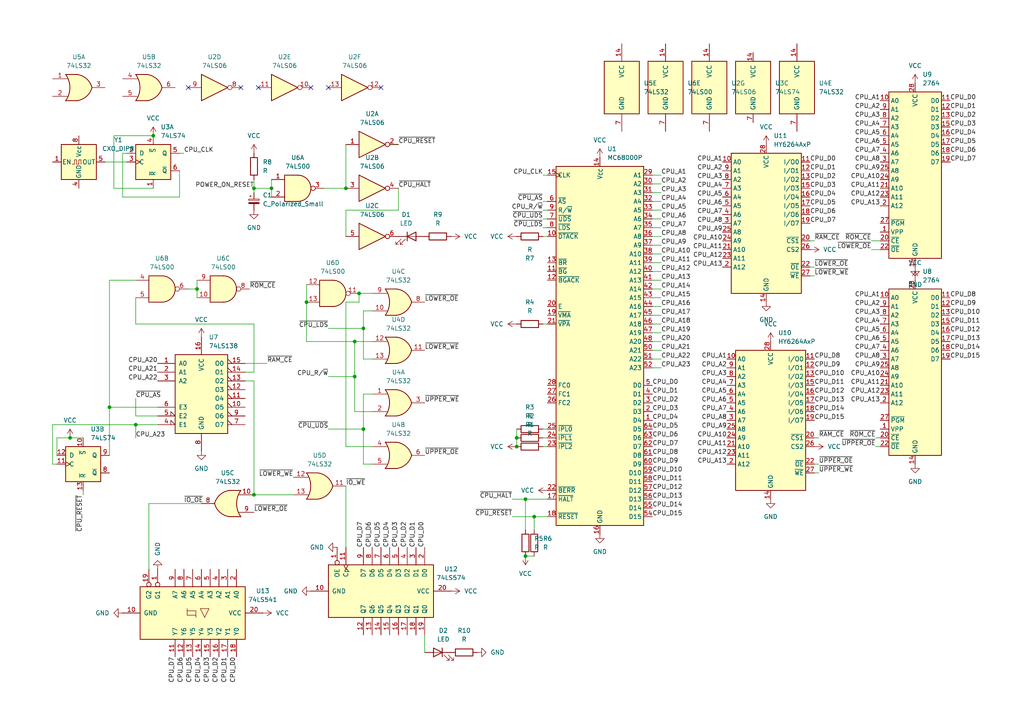
<source format=kicad_sch>
(kicad_sch (version 20250114) (generator "eeschema") (generator_version "9.0")
  (paper "A4")
  (junction (at 149.86 127))
  (junction (at 152.4 144.78))
  (junction (at 104.14 85.09))
  (junction (at 105.41 95.25))
  (junction (at 102.87 99.06))
  (junction (at 39.37 123.19))
  (junction (at 102.87 109.22))
  (junction (at 154.94 149.86))
  (junction (at 73.66 54.61))
  (junction (at 57.15 83.82))
  (junction (at 100.33 54.61))
  (junction (at 44.45 39.37))
  (junction (at 105.41 124.46))
  (junction (at 73.66 143.51))
  (junction (at 78.74 54.61))
  (junction (at 152.4 161.29))
  (junction (at 31.75 118.11))
  (junction (at 88.9 87.63))
  (junction (at 149.86 129.54))
  (junction (at 20.32 127))
  (no_connect (at 69.85 25.4))
  (no_connect (at 74.93 25.4))
  (no_connect (at 54.61 25.4))
  (no_connect (at 95.25 25.4))
  (no_connect (at 110.49 25.4))
  (no_connect (at 90.17 25.4))
  (wire (pts (xy 43.18 165.1) (xy 43.18 146.05)))
  (wire (pts (xy 191.77 106.68) (xy 189.23 106.68)))
  (wire (pts (xy 154.94 149.86) (xy 158.75 149.86)))
  (wire (pts (xy 191.77 73.66) (xy 189.23 73.66)))
  (wire (pts (xy 95.25 124.46) (xy 105.41 124.46)))
  (wire (pts (xy 73.66 52.07) (xy 73.66 54.61)))
  (wire (pts (xy 57.15 81.28) (xy 57.15 83.82)))
  (wire (pts (xy 157.48 68.58) (xy 158.75 68.58)))
  (wire (pts (xy 31.75 118.11) (xy 45.72 118.11)))
  (wire (pts (xy 39.37 123.19) (xy 45.72 123.19)))
  (wire (pts (xy 93.98 54.61) (xy 100.33 54.61)))
  (wire (pts (xy 88.9 82.55) (xy 88.9 87.63)))
  (wire (pts (xy 100.33 41.91) (xy 100.33 54.61)))
  (wire (pts (xy 157.48 127) (xy 158.75 127)))
  (wire (pts (xy 73.66 143.51) (xy 85.09 143.51)))
  (wire (pts (xy 191.77 93.98) (xy 189.23 93.98)))
  (wire (pts (xy 105.41 95.25) (xy 105.41 104.14)))
  (wire (pts (xy 191.77 63.5) (xy 189.23 63.5)))
  (wire (pts (xy 73.66 54.61) (xy 78.74 54.61)))
  (wire (pts (xy 191.77 99.06) (xy 189.23 99.06)))
  (wire (pts (xy 236.22 77.47) (xy 234.95 77.47)))
  (wire (pts (xy 191.77 53.34) (xy 189.23 53.34)))
  (wire (pts (xy 104.14 87.63) (xy 104.14 85.09)))
  (wire (pts (xy 191.77 58.42) (xy 189.23 58.42)))
  (wire (pts (xy 105.41 114.3) (xy 105.41 124.46)))
  (wire (pts (xy 154.94 149.86) (xy 154.94 153.67)))
  (wire (pts (xy 35.56 57.15) (xy 52.07 57.15)))
  (wire (pts (xy 31.75 81.28) (xy 31.75 118.11)))
  (wire (pts (xy 33.02 54.61) (xy 44.45 54.61)))
  (wire (pts (xy 73.66 110.49) (xy 73.66 143.51)))
  (wire (pts (xy 102.87 99.06) (xy 102.87 109.22)))
  (wire (pts (xy 191.77 88.9) (xy 189.23 88.9)))
  (wire (pts (xy 191.77 76.2) (xy 189.23 76.2)))
  (wire (pts (xy 53.34 44.45) (xy 52.07 44.45)))
  (wire (pts (xy 107.95 90.17) (xy 105.41 90.17)))
  (wire (pts (xy 157.48 58.42) (xy 158.75 58.42)))
  (wire (pts (xy 237.49 127) (xy 236.22 127)))
  (wire (pts (xy 191.77 83.82) (xy 189.23 83.82)))
  (wire (pts (xy 107.95 114.3) (xy 105.41 114.3)))
  (wire (pts (xy 236.22 69.85) (xy 234.95 69.85)))
  (wire (pts (xy 39.37 115.57) (xy 39.37 120.65)))
  (wire (pts (xy 73.66 93.98) (xy 39.37 93.98)))
  (wire (pts (xy 191.77 60.96) (xy 189.23 60.96)))
  (wire (pts (xy 39.37 86.36) (xy 39.37 93.98)))
  (wire (pts (xy 191.77 104.14) (xy 189.23 104.14)))
  (wire (pts (xy 191.77 55.88) (xy 189.23 55.88)))
  (wire (pts (xy 102.87 109.22) (xy 102.87 119.38)))
  (wire (pts (xy 252.73 69.85) (xy 255.27 69.85)))
  (wire (pts (xy 123.19 184.15) (xy 123.19 189.23)))
  (wire (pts (xy 148.59 144.78) (xy 152.4 144.78)))
  (wire (pts (xy 152.4 144.78) (xy 158.75 144.78)))
  (wire (pts (xy 100.33 68.58) (xy 100.33 60.96)))
  (wire (pts (xy 73.66 107.95) (xy 71.12 107.95)))
  (wire (pts (xy 157.48 50.8) (xy 158.75 50.8)))
  (wire (pts (xy 16.51 132.08) (xy 16.51 127)))
  (wire (pts (xy 157.48 129.54) (xy 158.75 129.54)))
  (wire (pts (xy 54.61 83.82) (xy 57.15 83.82)))
  (wire (pts (xy 104.14 85.09) (xy 107.95 85.09)))
  (wire (pts (xy 100.33 129.54) (xy 100.33 87.63)))
  (wire (pts (xy 95.25 95.25) (xy 105.41 95.25)))
  (wire (pts (xy 16.51 127) (xy 20.32 127)))
  (wire (pts (xy 157.48 66.04) (xy 158.75 66.04)))
  (wire (pts (xy 191.77 91.44) (xy 189.23 91.44)))
  (wire (pts (xy 33.02 39.37) (xy 33.02 54.61)))
  (wire (pts (xy 88.9 99.06) (xy 88.9 87.63)))
  (wire (pts (xy 39.37 81.28) (xy 31.75 81.28)))
  (wire (pts (xy 43.18 146.05) (xy 58.42 146.05)))
  (wire (pts (xy 73.66 93.98) (xy 73.66 107.95)))
  (wire (pts (xy 77.47 105.41) (xy 71.12 105.41)))
  (wire (pts (xy 191.77 68.58) (xy 189.23 68.58)))
  (wire (pts (xy 100.33 158.75) (xy 100.33 140.97)))
  (wire (pts (xy 39.37 120.65) (xy 45.72 120.65)))
  (wire (pts (xy 149.86 127) (xy 149.86 129.54)))
  (wire (pts (xy 95.25 109.22) (xy 102.87 109.22)))
  (wire (pts (xy 191.77 78.74) (xy 189.23 78.74)))
  (wire (pts (xy 78.74 54.61) (xy 78.74 57.15)))
  (wire (pts (xy 113.03 41.91) (xy 115.57 41.91)))
  (wire (pts (xy 157.48 63.5) (xy 158.75 63.5)))
  (wire (pts (xy 102.87 99.06) (xy 88.9 99.06)))
  (wire (pts (xy 24.13 143.51) (xy 24.13 142.24)))
  (wire (pts (xy 254 127) (xy 255.27 127)))
  (wire (pts (xy 191.77 66.04) (xy 189.23 66.04)))
  (wire (pts (xy 100.33 87.63) (xy 104.14 87.63)))
  (wire (pts (xy 39.37 127) (xy 39.37 123.19)))
  (wire (pts (xy 105.41 124.46) (xy 105.41 134.62)))
  (wire (pts (xy 73.66 110.49) (xy 71.12 110.49)))
  (wire (pts (xy 115.57 60.96) (xy 115.57 54.61)))
  (wire (pts (xy 15.24 134.62) (xy 16.51 134.62)))
  (wire (pts (xy 237.49 137.16) (xy 236.22 137.16)))
  (wire (pts (xy 191.77 50.8) (xy 189.23 50.8)))
  (wire (pts (xy 57.15 83.82) (xy 57.15 86.36)))
  (wire (pts (xy 191.77 81.28) (xy 189.23 81.28)))
  (wire (pts (xy 237.49 134.62) (xy 236.22 134.62)))
  (wire (pts (xy 252.73 72.39) (xy 255.27 72.39)))
  (wire (pts (xy 35.56 44.45) (xy 35.56 57.15)))
  (wire (pts (xy 36.83 44.45) (xy 35.56 44.45)))
  (wire (pts (xy 152.4 161.29) (xy 154.94 161.29)))
  (wire (pts (xy 107.95 129.54) (xy 100.33 129.54)))
  (wire (pts (xy 52.07 57.15) (xy 52.07 49.53)))
  (wire (pts (xy 107.95 99.06) (xy 102.87 99.06)))
  (wire (pts (xy 148.59 149.86) (xy 154.94 149.86)))
  (wire (pts (xy 254 129.54) (xy 255.27 129.54)))
  (wire (pts (xy 20.32 127) (xy 24.13 127)))
  (wire (pts (xy 149.86 124.46) (xy 149.86 127)))
  (wire (pts (xy 73.66 54.61) (xy 73.66 55.88)))
  (wire (pts (xy 15.24 123.19) (xy 39.37 123.19)))
  (wire (pts (xy 100.33 60.96) (xy 115.57 60.96)))
  (wire (pts (xy 105.41 104.14) (xy 107.95 104.14)))
  (wire (pts (xy 191.77 96.52) (xy 189.23 96.52)))
  (wire (pts (xy 44.45 39.37) (xy 33.02 39.37)))
  (wire (pts (xy 157.48 124.46) (xy 158.75 124.46)))
  (wire (pts (xy 105.41 134.62) (xy 107.95 134.62)))
  (wire (pts (xy 191.77 71.12) (xy 189.23 71.12)))
  (wire (pts (xy 157.48 60.96) (xy 158.75 60.96)))
  (wire (pts (xy 102.87 119.38) (xy 107.95 119.38)))
  (wire (pts (xy 15.24 123.19) (xy 15.24 134.62)))
  (wire (pts (xy 31.75 118.11) (xy 31.75 132.08)))
  (wire (pts (xy 191.77 86.36) (xy 189.23 86.36)))
  (wire (pts (xy 157.48 93.98) (xy 158.75 93.98)))
  (wire (pts (xy 78.74 54.61) (xy 78.74 52.07)))
  (wire (pts (xy 30.48 46.99) (xy 36.83 46.99)))
  (wire (pts (xy 105.41 90.17) (xy 105.41 95.25)))
  (wire (pts (xy 191.77 101.6) (xy 189.23 101.6)))
  (wire (pts (xy 152.4 144.78) (xy 152.4 153.67)))
  (wire (pts (xy 236.22 80.01) (xy 234.95 80.01)))
  (label "CPU_A1" (at 191.77 50.8 0))
  (label "CPU_A15" (at 191.77 86.36 0))
  (label "~{ROM_CE}" (at 252.73 69.85 180))
  (label "CPU_D6" (at 53.34 190.5 270))
  (label "CPU_A6" (at 209.55 59.69 180))
  (label "CPU_CLK" (at 53.34 44.45 0))
  (label "CPU_D15" (at 236.22 121.92 0))
  (label "~{CPU_RESET}" (at 24.13 143.51 270))
  (label "CPU_A4" (at 255.27 93.98 180))
  (label "CPU_D10" (at 275.59 91.44 0))
  (label "~{RAM_CE}" (at 77.47 105.41 0))
  (label "~{ROM_CE}" (at 72.39 83.82 0))
  (label "CPU_A13" (at 255.27 116.84 180))
  (label "CPU_D11" (at 275.59 93.98 0))
  (label "CPU_A12" (at 255.27 57.15 180))
  (label "CPU_D12" (at 275.59 96.52 0))
  (label "CPU_A11" (at 255.27 111.76 180))
  (label "CPU_A6" (at 255.27 41.91 180))
  (label "CPU_A9" (at 255.27 49.53 180))
  (label "CPU_D7" (at 189.23 129.54 0))
  (label "~{UPPER_OE}" (at 123.19 132.08 0))
  (label "CPU_D0" (at 68.58 190.5 270))
  (label "CPU_A12" (at 191.77 78.74 0))
  (label "CPU_A2" (at 255.27 31.75 180))
  (label "CPU_D2" (at 118.11 158.75 90))
  (label "CPU_D8" (at 275.59 86.36 0))
  (label "CPU_D10" (at 189.23 137.16 0))
  (label "CPU_D14" (at 189.23 147.32 0))
  (label "~{LOWER_WE}" (at 236.22 80.01 0))
  (label "~{CPU_LDS}" (at 157.48 66.04 180))
  (label "CPU_D15" (at 189.23 149.86 0))
  (label "CPU_A13" (at 255.27 59.69 180))
  (label "CPU_A1" (at 209.55 46.99 180))
  (label "CPU_D13" (at 275.59 99.06 0))
  (label "CPU_A20" (at 191.77 99.06 0))
  (label "~{IO_OE}" (at 53.34 146.05 0))
  (label "~{CPU_RESET}" (at 148.59 149.86 180))
  (label "CPU_A16" (at 191.77 88.9 0))
  (label "CPU_A11" (at 255.27 54.61 180))
  (label "CPU_D4" (at 275.59 39.37 0))
  (label "CPU_A4" (at 209.55 54.61 180))
  (label "CPU_A3" (at 209.55 52.07 180))
  (label "CPU_A4" (at 191.77 58.42 0))
  (label "CPU_A11" (at 210.82 129.54 180))
  (label "CPU_D1" (at 234.95 49.53 0))
  (label "CPU_A9" (at 210.82 124.46 180))
  (label "CPU_D9" (at 275.59 88.9 0))
  (label "CPU_A8" (at 255.27 104.14 180))
  (label "~{LOWER_WE}" (at 85.09 138.43 180))
  (label "~{UPPER_WE}" (at 123.19 116.84 0))
  (label "CPU_A7" (at 210.82 119.38 180))
  (label "CPU_A22" (at 45.72 110.49 180))
  (label "CPU_A9" (at 191.77 71.12 0))
  (label "CPU_D12" (at 189.23 142.24 0))
  (label "CPU_D4" (at 113.03 158.75 90))
  (label "CPU_D6" (at 234.95 62.23 0))
  (label "CPU_A3" (at 191.77 55.88 0))
  (label "CPU_D8" (at 189.23 132.08 0))
  (label "CPU_A5" (at 255.27 96.52 180))
  (label "CPU_A3" (at 255.27 91.44 180))
  (label "CPU_D7" (at 105.41 158.75 90))
  (label "CPU_A23" (at 39.37 127 0))
  (label "CPU_A6" (at 210.82 116.84 180))
  (label "~{IO_WE}" (at 100.33 140.97 0))
  (label "CPU_A10" (at 210.82 127 180))
  (label "~{CPU_LDS}" (at 95.25 95.25 180))
  (label "CPU_D7" (at 234.95 64.77 0))
  (label "CPU_D2" (at 63.5 190.5 270))
  (label "CPU_A6" (at 191.77 63.5 0))
  (label "CPU_D14" (at 275.59 101.6 0))
  (label "CPU_D5" (at 55.88 190.5 270))
  (label "CPU_A10" (at 209.55 69.85 180))
  (label "CPU_A11" (at 209.55 72.39 180))
  (label "CPU_A2" (at 210.82 106.68 180))
  (label "CPU_A13" (at 210.82 134.62 180))
  (label "CPU_A9" (at 255.27 106.68 180))
  (label "CPU_D3" (at 115.57 158.75 90))
  (label "~{CPU_HALT}" (at 115.57 54.61 0))
  (label "CPU_A23" (at 191.77 106.68 0))
  (label "CPU_D3" (at 60.96 190.5 270))
  (label "CPU_A5" (at 209.55 57.15 180))
  (label "CPU_A3" (at 255.27 34.29 180))
  (label "CPU_D11" (at 236.22 111.76 0))
  (label "~{UPPER_OE}" (at 254 129.54 180))
  (label "CPU_A5" (at 191.77 60.96 0))
  (label "CPU_D0" (at 123.19 158.75 90))
  (label "POWER_ON_RESET" (at 73.66 54.61 180))
  (label "CPU_D1" (at 189.23 114.3 0))
  (label "CPU_D3" (at 275.59 36.83 0))
  (label "CPU_A4" (at 210.82 111.76 180))
  (label "CPU_A4" (at 255.27 36.83 180))
  (label "CPU_D2" (at 234.95 52.07 0))
  (label "CPU_D3" (at 234.95 54.61 0))
  (label "CPU_D3" (at 189.23 119.38 0))
  (label "CPU_D0" (at 234.95 46.99 0))
  (label "CPU_D8" (at 236.22 104.14 0))
  (label "CPU_A12" (at 255.27 114.3 180))
  (label "~{RAM_CE}" (at 237.49 127 0))
  (label "CPU_D13" (at 236.22 116.84 0))
  (label "CPU_A10" (at 255.27 52.07 180))
  (label "CPU_D14" (at 236.22 119.38 0))
  (label "CPU_R{slash}~{W}" (at 95.25 109.22 180))
  (label "~{LOWER_WE}" (at 123.19 101.6 0))
  (label "CPU_R{slash}~{W}" (at 157.48 60.96 180))
  (label "~{CPU_UDS}" (at 95.25 124.46 180))
  (label "CPU_A8" (at 255.27 46.99 180))
  (label "CPU_A20" (at 45.72 105.41 180))
  (label "~{CPU_AS}" (at 39.37 115.57 0))
  (label "CPU_D1" (at 275.59 31.75 0))
  (label "CPU_A1" (at 255.27 29.21 180))
  (label "CPU_A8" (at 209.55 64.77 180))
  (label "CPU_A12" (at 209.55 74.93 180))
  (label "CPU_D5" (at 110.49 158.75 90))
  (label "CPU_A21" (at 45.72 107.95 180))
  (label "CPU_A13" (at 209.55 77.47 180))
  (label "CPU_D4" (at 58.42 190.5 270))
  (label "CPU_A14" (at 191.77 83.82 0))
  (label "CPU_D9" (at 189.23 134.62 0))
  (label "CPU_A17" (at 191.77 91.44 0))
  (label "CPU_A8" (at 191.77 68.58 0))
  (label "~{CPU_RESET}" (at 115.57 41.91 0))
  (label "~{CPU_AS}" (at 157.48 58.42 180))
  (label "CPU_A1" (at 210.82 104.14 180))
  (label "CPU_A1" (at 255.27 86.36 180))
  (label "CPU_A21" (at 191.77 101.6 0))
  (label "CPU_D15" (at 275.59 104.14 0))
  (label "CPU_D6" (at 189.23 127 0))
  (label "~{UPPER_OE}" (at 237.49 134.62 0))
  (label "~{LOWER_OE}" (at 73.66 148.59 0))
  (label "CPU_A2" (at 209.55 49.53 180))
  (label "~{LOWER_OE}" (at 236.22 77.47 0))
  (label "CPU_A8" (at 210.82 121.92 180))
  (label "CPU_D5" (at 189.23 124.46 0))
  (label "CPU_A13" (at 191.77 81.28 0))
  (label "CPU_D13" (at 189.23 144.78 0))
  (label "CPU_A5" (at 210.82 114.3 180))
  (label "CPU_A6" (at 255.27 99.06 180))
  (label "CPU_D12" (at 236.22 114.3 0))
  (label "CPU_D0" (at 275.59 29.21 0))
  (label "~{CPU_UDS}" (at 157.48 63.5 180))
  (label "CPU_A5" (at 255.27 39.37 180))
  (label "CPU_D11" (at 189.23 139.7 0))
  (label "CPU_A7" (at 191.77 66.04 0))
  (label "CPU_D1" (at 120.65 158.75 90))
  (label "CPU_D7" (at 275.59 46.99 0))
  (label "~{LOWER_OE}" (at 252.73 72.39 180))
  (label "CPU_A2" (at 255.27 88.9 180))
  (label "CPU_D4" (at 234.95 57.15 0))
  (label "CPU_D4" (at 189.23 121.92 0))
  (label "CPU_A18" (at 191.77 93.98 0))
  (label "~{ROM_CE}" (at 254 127 180))
  (label "CPU_D5" (at 275.59 41.91 0))
  (label "~{UPPER_WE}" (at 237.49 137.16 0))
  (label "~{RAM_CE}" (at 236.22 69.85 0))
  (label "CPU_D6" (at 275.59 44.45 0))
  (label "CPU_D5" (at 234.95 59.69 0))
  (label "CPU_A22" (at 191.77 104.14 0))
  (label "~{LOWER_OE}" (at 123.19 87.63 0))
  (label "CPU_A2" (at 191.77 53.34 0))
  (label "CPU_D6" (at 107.95 158.75 90))
  (label "CPU_A9" (at 209.55 67.31 180))
  (label "CPU_A7" (at 209.55 62.23 180))
  (label "CPU_D1" (at 66.04 190.5 270))
  (label "CPU_A12" (at 210.82 132.08 180))
  (label "CPU_A11" (at 191.77 76.2 0))
  (label "CPU_A7" (at 255.27 44.45 180))
  (label "CPU_A7" (at 255.27 101.6 180))
  (label "CPU_D2" (at 275.59 34.29 0))
  (label "CPU_A10" (at 255.27 109.22 180))
  (label "CPU_A19" (at 191.77 96.52 0))
  (label "~{CPU_HALT}" (at 148.59 144.78 180))
  (label "CPU_D7" (at 50.8 190.5 270))
  (label "CPU_D2" (at 189.23 116.84 0))
  (label "CPU_CLK" (at 157.48 50.8 180))
  (label "CPU_D9" (at 236.22 106.68 0))
  (label "CPU_A10" (at 191.77 73.66 0))
  (label "CPU_D10" (at 236.22 109.22 0))
  (label "CPU_D0" (at 189.23 111.76 0))
  (label "CPU_A3" (at 210.82 109.22 180))
  (symbol (lib_id "74xx:74LS138") (at 58.42 113.03 0) (unit 1)
    (property "Reference" "U7" (at 60.5633 97.79 0) (effects (justify left)))
    (property "Value" "74LS138" (at 60.5633 100.33 0) (effects (justify left)))
    (property "Footprint" "Package_DIP:DIP-16_W7.62mm_Socket" (effects (hide yes)))
    (property "Datasheet" "http://www.ti.com/lit/gpn/sn74LS138" (effects (hide yes)))
    (property "Description" "Decoder 3 to 8 active low outputs" (effects (hide yes)))
  )
  (symbol (lib_id "power:GND") (at 223.52 144.78 0) (unit 1)
    (property "Reference" "#PWR023" (effects (hide yes)))
    (property "Value" "GND" (at 223.52 149.86 0))
    (property "Description" "Power symbol creates a global label with name \"GND\" , ground" (effects (hide yes)))
  )
  (symbol (lib_id "Device:LED") (at 127 189.23 0) (mirror y) (unit 1)
    (property "Reference" "D2" (at 128.5875 182.88 0))
    (property "Value" "LED" (at 128.5875 185.42 0))
    (property "Footprint" "LED_THT:LED_D3.0mm" (effects (hide yes)))
    (property "Description" "Light emitting diode" (effects (hide yes)))
    (property "Sim.Pins" "1=K 2=A" (effects (hide yes)))
  )
  (symbol (lib_id "74xx:74LS541") (at 55.88 177.8 270) (unit 1)
    (property "Reference" "U13" (at 76.2 171.3798 90))
    (property "Value" "74LS541" (at 76.2 173.9198 90))
    (property "Footprint" "Package_DIP:DIP-20_W7.62mm_Socket" (effects (hide yes)))
    (property "Datasheet" "http://www.ti.com/lit/gpn/sn74LS541" (effects (hide yes)))
    (property "Description" "8-bit Buffer/Line Driver 3-state outputs" (effects (hide yes)))
  )
  (symbol (lib_id "power:GND") (at 58.42 130.81 0) (unit 1)
    (property "Reference" "#PWR014" (effects (hide yes)))
    (property "Value" "GND" (at 58.42 135.89 0))
    (property "Description" "Power symbol creates a global label with name \"GND\" , ground" (effects (hide yes)))
  )
  (symbol (lib_id "Device:R") (at 153.67 93.98 270) (unit 1)
    (property "Reference" "R4" (at 153.67 87.63 90))
    (property "Value" "R" (at 153.67 90.17 90))
    (property "Footprint" "Resistor_THT:R_Axial_DIN0204_L3.6mm_D1.6mm_P7.62mm_Horizontal" (effects (hide yes)))
    (property "Description" "Resistor" (effects (hide yes)))
  )
  (symbol (lib_id "74xx:74LS74") (at 218.44 25.4 0) (unit 3)
    (property "Reference" "U3" (at 224.79 24.1299 0) (effects (justify left)))
    (property "Value" "74LS74" (at 224.79 26.6699 0) (effects (justify left)))
    (property "Footprint" "Package_DIP:DIP-14_W7.62mm_Socket" (effects (hide yes)))
    (property "Datasheet" "74xx/74hc_hct74.pdf" (effects (hide yes)))
    (property "Description" "Dual D Flip-flop, Set & Reset" (effects (hide yes)))
  )
  (symbol (lib_id "Device:R") (at 153.67 68.58 270) (mirror x) (unit 1)
    (property "Reference" "R7" (at 153.67 74.93 90))
    (property "Value" "R" (at 153.67 72.39 90))
    (property "Footprint" "Resistor_THT:R_Axial_DIN0204_L3.6mm_D1.6mm_P7.62mm_Horizontal" (effects (hide yes)))
    (property "Description" "Resistor" (effects (hide yes)))
  )
  (symbol (lib_id "power:GND") (at 45.72 165.1 0) (mirror x) (unit 1)
    (property "Reference" "#PWR029" (effects (hide yes)))
    (property "Value" "GND" (at 45.7201 161.29 90) (effects (justify right)))
    (property "Description" "Power symbol creates a global label with name \"GND\" , ground" (effects (hide yes)))
  )
  (symbol (lib_id "power:GND") (at 173.99 154.94 0) (unit 1)
    (property "Reference" "#PWR015" (effects (hide yes)))
    (property "Value" "GND" (at 173.99 160.02 0))
    (property "Description" "Power symbol creates a global label with name \"GND\" , ground" (effects (hide yes)))
  )
  (symbol (lib_id "74xx:74LS32") (at 115.57 132.08 0) (unit 2)
    (property "Reference" "U4" (at 115.57 123.19 0))
    (property "Value" "74LS32" (at 115.57 125.73 0))
    (property "Footprint" "Package_DIP:DIP-14_W7.62mm_Socket" (effects (hide yes)))
    (property "Datasheet" "http://www.ti.com/lit/gpn/sn74LS32" (effects (hide yes)))
    (property "Description" "Quad 2-input OR" (effects (hide yes)))
  )
  (symbol (lib_id "power:VCC") (at 149.86 129.54 90) (unit 1)
    (property "Reference" "#PWR04" (effects (hide yes)))
    (property "Value" "VCC" (at 146.05 129.5399 90) (effects (justify left)))
    (property "Description" "Power symbol creates a global label with name \"VCC\"" (effects (hide yes)))
  )
  (symbol (lib_id "power:GND") (at 265.43 77.47 0) (unit 1)
    (property "Reference" "#PWR024" (effects (hide yes)))
    (property "Value" "GND" (at 265.43 82.55 0))
    (property "Description" "Power symbol creates a global label with name \"GND\" , ground" (effects (hide yes)))
  )
  (symbol (lib_id "74xx:74LS32") (at 115.57 116.84 0) (unit 1)
    (property "Reference" "U4" (at 115.57 107.95 0))
    (property "Value" "74LS32" (at 115.57 110.49 0))
    (property "Footprint" "Package_DIP:DIP-14_W7.62mm_Socket" (effects (hide yes)))
    (property "Datasheet" "http://www.ti.com/lit/gpn/sn74LS32" (effects (hide yes)))
    (property "Description" "Quad 2-input OR" (effects (hide yes)))
  )
  (symbol (lib_id "74xx:74LS00") (at 96.52 85.09 0) (unit 4)
    (property "Reference" "U6" (at 96.5117 76.2 0))
    (property "Value" "74LS00" (at 96.5117 78.74 0))
    (property "Footprint" "Package_DIP:DIP-14_W7.62mm_Socket" (effects (hide yes)))
    (property "Datasheet" "http://www.ti.com/lit/gpn/sn74ls00" (effects (hide yes)))
    (property "Description" "quad 2-input NAND gate" (effects (hide yes)))
  )
  (symbol (lib_id "power:VCC") (at 20.32 127 0) (unit 1)
    (property "Reference" "#PWR01" (effects (hide yes)))
    (property "Value" "VCC" (at 20.32 121.92 0))
    (property "Description" "Power symbol creates a global label with name \"VCC\"" (effects (hide yes)))
  )
  (symbol (lib_id "74xx:74LS06") (at 205.74 25.4 0) (unit 7)
    (property "Reference" "U2" (at 212.09 24.1299 0) (effects (justify left)))
    (property "Value" "74LS06" (at 212.09 26.6699 0) (effects (justify left)))
    (property "Footprint" "Package_DIP:DIP-14_W7.62mm_Socket" (effects (hide yes)))
    (property "Datasheet" "http://www.ti.com/lit/gpn/sn74LS06" (effects (hide yes)))
    (property "Description" "Inverter Open Collect" (effects (hide yes)))
  )
  (symbol (lib_id "power:GND") (at 90.17 171.45 270) (mirror x) (unit 1)
    (property "Reference" "#PWR013" (effects (hide yes)))
    (property "Value" "GND" (at 86.36 171.4499 90) (effects (justify right)))
    (property "Description" "Power symbol creates a global label with name \"GND\" , ground" (effects (hide yes)))
  )
  (symbol (lib_id "74xx:74LS32") (at 66.04 146.05 180) (unit 3)
    (property "Reference" "U5" (at 66.04 137.16 0))
    (property "Value" "74LS32" (at 66.04 139.7 0))
    (property "Datasheet" "http://www.ti.com/lit/gpn/sn74LS32" (effects (hide yes)))
    (property "Description" "Quad 2-input OR" (effects (hide yes)))
  )
  (symbol (lib_id "power:VCC") (at 149.86 93.98 90) (unit 1)
    (property "Reference" "#PWR05" (effects (hide yes)))
    (property "Value" "VCC" (at 146.05 93.9799 90) (effects (justify left)))
    (property "Description" "Power symbol creates a global label with name \"VCC\"" (effects (hide yes)))
  )
  (symbol (lib_id "Device:R") (at 127 68.58 90) (unit 1)
    (property "Reference" "R9" (at 127 62.23 90))
    (property "Value" "R" (at 127 64.77 90))
    (property "Footprint" "Resistor_THT:R_Axial_DIN0204_L3.6mm_D1.6mm_P7.62mm_Horizontal" (effects (hide yes)))
    (property "Description" "Resistor" (effects (hide yes)))
  )
  (symbol (lib_id "power:VCC") (at 130.81 171.45 270) (unit 1)
    (property "Reference" "#PWR011" (effects (hide yes)))
    (property "Value" "VCC" (at 134.62 171.4499 90) (effects (justify left)))
    (property "Description" "Power symbol creates a global label with name \"VCC\"" (effects (hide yes)))
  )
  (symbol (lib_id "Memory_EPROM:2764") (at 265.43 49.53 0) (unit 1)
    (property "Reference" "U9" (at 267.5733 21.59 0) (effects (justify left)))
    (property "Value" "2764" (at 267.5733 24.13 0) (effects (justify left)))
    (property "Footprint" "Package_DIP:DIP-28_W15.24mm_Socket" (effects (hide yes)))
    (property "Datasheet" "https://downloads.reactivemicro.com/Electronics/ROM/2764%20EPROM.pdf" (effects (hide yes)))
    (property "Description" "EPROM 64 KiBit, [Obsolete 2000-11]" (effects (hide yes)))
  )
  (symbol (lib_id "74xx:74LS32") (at 43.18 25.4 0) (unit 2)
    (property "Reference" "U5" (at 43.18 16.51 0))
    (property "Value" "74LS32" (at 43.18 19.05 0))
    (property "Datasheet" "http://www.ti.com/lit/gpn/sn74LS32" (effects (hide yes)))
    (property "Description" "Quad 2-input OR" (effects (hide yes)))
  )
  (symbol (lib_id "power:GND") (at 73.66 60.96 0) (unit 1)
    (property "Reference" "#PWR09" (effects (hide yes)))
    (property "Value" "GND" (at 73.66 66.04 0))
    (property "Description" "Power symbol creates a global label with name \"GND\" , ground" (effects (hide yes)))
  )
  (symbol (lib_id "74xx:74LS74") (at 24.13 134.62 0) (unit 2)
    (property "Reference" "U3" (at 26.2733 124.46 0) (effects (justify left)))
    (property "Value" "74LS74" (at 26.2733 127 0) (effects (justify left)))
    (property "Footprint" "Package_DIP:DIP-14_W7.62mm_Socket" (effects (hide yes)))
    (property "Datasheet" "74xx/74hc_hct74.pdf" (effects (hide yes)))
    (property "Description" "Dual D Flip-flop, Set & Reset" (effects (hide yes)))
  )
  (symbol (lib_id "Device:R") (at 73.66 48.26 0) (unit 1)
    (property "Reference" "R8" (at 76.2 46.9899 0) (effects (justify left)))
    (property "Value" "R" (at 76.2 49.5299 0) (effects (justify left)))
    (property "Footprint" "Resistor_THT:R_Axial_DIN0204_L3.6mm_D1.6mm_P7.62mm_Horizontal" (effects (hide yes)))
    (property "Description" "Resistor" (effects (hide yes)))
  )
  (symbol (lib_id "74xx:74LS06") (at 62.23 25.4 0) (unit 4)
    (property "Reference" "U2" (at 62.23 16.51 0))
    (property "Value" "74LS06" (at 62.23 19.05 0))
    (property "Footprint" "Package_DIP:DIP-14_W7.62mm_Socket" (effects (hide yes)))
    (property "Datasheet" "http://www.ti.com/lit/gpn/sn74LS06" (effects (hide yes)))
    (property "Description" "Inverter Open Collect" (effects (hide yes)))
  )
  (symbol (lib_id "power:VCC") (at 149.86 68.58 90) (unit 1)
    (property "Reference" "#PWR07" (effects (hide yes)))
    (property "Value" "VCC" (at 146.05 68.5799 90) (effects (justify left)))
    (property "Description" "Power symbol creates a global label with name \"VCC\"" (effects (hide yes)))
  )
  (symbol (lib_id "74xx:74LS32") (at 115.57 101.6 0) (unit 4)
    (property "Reference" "U4" (at 115.57 92.71 0))
    (property "Value" "74LS32" (at 115.57 95.25 0))
    (property "Footprint" "Package_DIP:DIP-14_W7.62mm_Socket" (effects (hide yes)))
    (property "Datasheet" "http://www.ti.com/lit/gpn/sn74LS32" (effects (hide yes)))
    (property "Description" "Quad 2-input OR" (effects (hide yes)))
  )
  (symbol (lib_id "Device:R") (at 153.67 124.46 270) (unit 1)
    (property "Reference" "R3" (at 153.67 118.11 90))
    (property "Value" "R" (at 153.67 120.65 90))
    (property "Footprint" "Resistor_THT:R_Axial_DIN0204_L3.6mm_D1.6mm_P7.62mm_Horizontal" (effects (hide yes)))
    (property "Description" "Resistor" (effects (hide yes)))
  )
  (symbol (lib_id "Device:C_Polarized_Small") (at 73.66 58.42 0) (unit 1)
    (property "Reference" "C1" (at 76.2 56.6038 0) (effects (justify left)))
    (property "Value" "C_Polarized_Small" (at 76.2 59.1438 0) (effects (justify left)))
    (property "Footprint" "Capacitor_THT:CP_Radial_D6.3mm_P2.50mm" (effects (hide yes)))
    (property "Description" "Polarized capacitor, small symbol" (effects (hide yes)))
  )
  (symbol (lib_id "74xx:74LS32") (at 231.14 25.4 0) (unit 5)
    (property "Reference" "U4" (at 237.49 24.1299 0) (effects (justify left)))
    (property "Value" "74LS32" (at 237.49 26.6699 0) (effects (justify left)))
    (property "Footprint" "Package_DIP:DIP-14_W7.62mm_Socket" (effects (hide yes)))
    (property "Datasheet" "http://www.ti.com/lit/gpn/sn74LS32" (effects (hide yes)))
    (property "Description" "Quad 2-input OR" (effects (hide yes)))
  )
  (symbol (lib_id "74xx:74LS32") (at 115.57 87.63 0) (unit 3)
    (property "Reference" "U4" (at 115.57 78.74 0))
    (property "Value" "74LS32" (at 115.57 81.28 0))
    (property "Footprint" "Package_DIP:DIP-14_W7.62mm_Socket" (effects (hide yes)))
    (property "Datasheet" "http://www.ti.com/lit/gpn/sn74LS32" (effects (hide yes)))
    (property "Description" "Quad 2-input OR" (effects (hide yes)))
  )
  (symbol (lib_id "power:VCC") (at 76.2 177.8 270) (unit 1)
    (property "Reference" "#PWR031" (effects (hide yes)))
    (property "Value" "VCC" (at 80.01 177.7999 90) (effects (justify left)))
    (property "Description" "Power symbol creates a global label with name \"VCC\"" (effects (hide yes)))
  )
  (symbol (lib_id "power:GND") (at 97.79 158.75 270) (mirror x) (unit 1)
    (property "Reference" "#PWR028" (effects (hide yes)))
    (property "Value" "GND" (at 93.98 158.7499 90) (effects (justify right)))
    (property "Description" "Power symbol creates a global label with name \"GND\" , ground" (effects (hide yes)))
  )
  (symbol (lib_id "74xx:74LS74") (at 44.45 46.99 0) (unit 1)
    (property "Reference" "U3" (at 46.5933 36.83 0) (effects (justify left)))
    (property "Value" "74LS74" (at 46.5933 39.37 0) (effects (justify left)))
    (property "Footprint" "Package_DIP:DIP-14_W7.62mm_Socket" (effects (hide yes)))
    (property "Datasheet" "74xx/74hc_hct74.pdf" (effects (hide yes)))
    (property "Description" "Dual D Flip-flop, Set & Reset" (effects (hide yes)))
  )
  (symbol (lib_id "power:VCC") (at 223.52 99.06 0) (unit 1)
    (property "Reference" "#PWR019" (effects (hide yes)))
    (property "Value" "VCC" (at 223.52 93.98 0))
    (property "Description" "Power symbol creates a global label with name \"VCC\"" (effects (hide yes)))
  )
  (symbol (lib_id "power:VCC") (at 173.99 45.72 0) (unit 1)
    (property "Reference" "#PWR017" (effects (hide yes)))
    (property "Value" "VCC" (at 173.99 40.64 0))
    (property "Description" "Power symbol creates a global label with name \"VCC\"" (effects (hide yes)))
  )
  (symbol (lib_id "74xx:74LS00") (at 64.77 83.82 0) (unit 3)
    (property "Reference" "U6" (at 64.7617 74.93 0))
    (property "Value" "74LS00" (at 64.7617 77.47 0))
    (property "Footprint" "Package_DIP:DIP-14_W7.62mm_Socket" (effects (hide yes)))
    (property "Datasheet" "http://www.ti.com/lit/gpn/sn74ls00" (effects (hide yes)))
    (property "Description" "quad 2-input NAND gate" (effects (hide yes)))
  )
  (symbol (lib_id "Device:R") (at 153.67 129.54 270) (unit 1)
    (property "Reference" "R1" (at 153.67 123.19 90))
    (property "Value" "R" (at 153.67 125.73 90))
    (property "Footprint" "Resistor_THT:R_Axial_DIN0204_L3.6mm_D1.6mm_P7.62mm_Horizontal" (effects (hide yes)))
    (property "Description" "Resistor" (effects (hide yes)))
  )
  (symbol (lib_id "Device:LED") (at 119.38 68.58 0) (unit 1)
    (property "Reference" "D1" (at 117.7925 62.23 0))
    (property "Value" "LED" (at 117.7925 64.77 0))
    (property "Footprint" "LED_THT:LED_D3.0mm" (effects (hide yes)))
    (property "Description" "Light emitting diode" (effects (hide yes)))
    (property "Sim.Pins" "1=K 2=A" (effects (hide yes)))
  )
  (symbol (lib_id "Device:R") (at 152.4 157.48 0) (unit 1)
    (property "Reference" "R5" (at 154.94 156.2099 0) (effects (justify left)))
    (property "Value" "R" (at 154.94 158.7499 0) (effects (justify left)))
    (property "Footprint" "Resistor_THT:R_Axial_DIN0204_L3.6mm_D1.6mm_P7.62mm_Horizontal" (effects (hide yes)))
    (property "Description" "Resistor" (effects (hide yes)))
  )
  (symbol (lib_id "74xx:74LS06") (at 107.95 54.61 0) (unit 2)
    (property "Reference" "U2" (at 107.95 45.72 0))
    (property "Value" "74LS06" (at 107.95 48.26 0))
    (property "Footprint" "Package_DIP:DIP-14_W7.62mm_Socket" (effects (hide yes)))
    (property "Datasheet" "http://www.ti.com/lit/gpn/sn74LS06" (effects (hide yes)))
    (property "Description" "Inverter Open Collect" (effects (hide yes)))
  )
  (symbol (lib_id "74xx:74LS32") (at 92.71 140.97 0) (unit 4)
    (property "Reference" "U5" (at 92.71 132.08 0))
    (property "Value" "74LS32" (at 92.71 134.62 0))
    (property "Datasheet" "http://www.ti.com/lit/gpn/sn74LS32" (effects (hide yes)))
    (property "Description" "Quad 2-input OR" (effects (hide yes)))
  )
  (symbol (lib_id "74xx:74LS00") (at 193.04 25.4 0) (unit 5)
    (property "Reference" "U6" (at 199.39 24.1299 0) (effects (justify left)))
    (property "Value" "74LS00" (at 199.39 26.6699 0) (effects (justify left)))
    (property "Footprint" "Package_DIP:DIP-14_W7.62mm_Socket" (effects (hide yes)))
    (property "Datasheet" "http://www.ti.com/lit/gpn/sn74ls00" (effects (hide yes)))
    (property "Description" "quad 2-input NAND gate" (effects (hide yes)))
  )
  (symbol (lib_id "74xx:74LS00") (at 46.99 83.82 0) (unit 2)
    (property "Reference" "U6" (at 46.9817 74.93 0))
    (property "Value" "74LS00" (at 46.9817 77.47 0))
    (property "Footprint" "Package_DIP:DIP-14_W7.62mm_Socket" (effects (hide yes)))
    (property "Datasheet" "http://www.ti.com/lit/gpn/sn74ls00" (effects (hide yes)))
    (property "Description" "quad 2-input NAND gate" (effects (hide yes)))
  )
  (symbol (lib_id "CPU_NXP_68000:MC68000P") (at 173.99 101.6 0) (unit 1)
    (property "Reference" "U1" (at 176.1333 43.18 0) (effects (justify left)))
    (property "Value" "MC68000P" (at 176.1333 45.72 0) (effects (justify left)))
    (property "Footprint" "Package_DIP:DIP-64_W22.86mm_Socket" (effects (hide yes)))
    (property "Datasheet" "https://www.nxp.com/docs/en/reference-manual/MC68000UM.pdf" (effects (hide yes)))
    (property "Description" "16/32-bit microprocessor, 16-bit external data bus, 23-bit external address bus (effectively 24-bit), DIP-64 (900 mil, case 754-01)" (effects (hide yes)))
  )
  (symbol (lib_id "Memory_RAM:HY6264AxP") (at 222.25 64.77 0) (unit 1)
    (property "Reference" "U11" (at 224.3933 39.37 0) (effects (justify left)))
    (property "Value" "HY6264AxP" (at 224.3933 41.91 0) (effects (justify left)))
    (property "Footprint" "Package_DIP:DIP-28_W15.24mm_Socket" (effects (hide yes)))
    (property "Datasheet" "https://www.farnell.com/datasheets/2159.pdf" (effects (hide yes)))
    (property "Description" "Not in Production, 8Kx8 bit Static RAM, 70/85/100/120/150ns, DIP-28" (effects (hide yes)))
  )
  (symbol (lib_id "74xx:74LS06") (at 107.95 41.91 0) (unit 1)
    (property "Reference" "U2" (at 107.95 33.02 0))
    (property "Value" "74LS06" (at 107.95 35.56 0))
    (property "Footprint" "Package_DIP:DIP-14_W7.62mm_Socket" (effects (hide yes)))
    (property "Datasheet" "http://www.ti.com/lit/gpn/sn74LS06" (effects (hide yes)))
    (property "Description" "Inverter Open Collect" (effects (hide yes)))
  )
  (symbol (lib_id "power:GND") (at 35.56 177.8 270) (mirror x) (unit 1)
    (property "Reference" "#PWR030" (effects (hide yes)))
    (property "Value" "GND" (at 31.75 177.7999 90) (effects (justify right)))
    (property "Description" "Power symbol creates a global label with name \"GND\" , ground" (effects (hide yes)))
  )
  (symbol (lib_id "power:VCC") (at 222.25 41.91 0) (unit 1)
    (property "Reference" "#PWR018" (effects (hide yes)))
    (property "Value" "VCC" (at 222.25 36.83 0))
    (property "Description" "Power symbol creates a global label with name \"VCC\"" (effects (hide yes)))
  )
  (symbol (lib_id "power:VCC") (at 265.43 81.28 0) (unit 1)
    (property "Reference" "#PWR021" (effects (hide yes)))
    (property "Value" "VCC" (at 265.43 76.2 0))
    (property "Description" "Power symbol creates a global label with name \"VCC\"" (effects (hide yes)))
  )
  (symbol (lib_id "power:VCC") (at 158.75 142.24 90) (unit 1)
    (property "Reference" "#PWR03" (effects (hide yes)))
    (property "Value" "VCC" (at 154.94 142.2399 90) (effects (justify left)))
    (property "Description" "Power symbol creates a global label with name \"VCC\"" (effects (hide yes)))
  )
  (symbol (lib_id "power:VCC") (at 44.45 39.37 0) (unit 1)
    (property "Reference" "#PWR02" (effects (hide yes)))
    (property "Value" "VCC" (at 44.45 34.29 0))
    (property "Description" "Power symbol creates a global label with name \"VCC\"" (effects (hide yes)))
  )
  (symbol (lib_id "Device:R") (at 154.94 157.48 0) (unit 1)
    (property "Reference" "R6" (at 157.48 156.2099 0) (effects (justify left)))
    (property "Value" "R" (at 157.48 158.7499 0) (effects (justify left)))
    (property "Footprint" "Resistor_THT:R_Axial_DIN0204_L3.6mm_D1.6mm_P7.62mm_Horizontal" (effects (hide yes)))
    (property "Description" "Resistor" (effects (hide yes)))
  )
  (symbol (lib_id "74xx:74LS00") (at 86.36 54.61 0) (unit 1)
    (property "Reference" "U6" (at 86.3517 45.72 0))
    (property "Value" "74LS00" (at 86.3517 48.26 0))
    (property "Footprint" "Package_DIP:DIP-14_W7.62mm_Socket" (effects (hide yes)))
    (property "Datasheet" "http://www.ti.com/lit/gpn/sn74ls00" (effects (hide yes)))
    (property "Description" "quad 2-input NAND gate" (effects (hide yes)))
  )
  (symbol (lib_id "Memory_RAM:HY6264AxP") (at 223.52 121.92 0) (unit 1)
    (property "Reference" "U10" (at 225.6633 96.52 0) (effects (justify left)))
    (property "Value" "HY6264AxP" (at 225.6633 99.06 0) (effects (justify left)))
    (property "Footprint" "Package_DIP:DIP-28_W15.24mm_Socket" (effects (hide yes)))
    (property "Datasheet" "https://www.farnell.com/datasheets/2159.pdf" (effects (hide yes)))
    (property "Description" "Not in Production, 8Kx8 bit Static RAM, 70/85/100/120/150ns, DIP-28" (effects (hide yes)))
  )
  (symbol (lib_id "power:VCC") (at 236.22 129.54 270) (unit 1)
    (property "Reference" "#PWR026" (effects (hide yes)))
    (property "Value" "VCC" (at 240.03 129.5399 90) (effects (justify left)))
    (property "Description" "Power symbol creates a global label with name \"VCC\"" (effects (hide yes)))
  )
  (symbol (lib_id "power:GND") (at 138.43 189.23 90) (unit 1)
    (property "Reference" "#PWR012" (effects (hide yes)))
    (property "Value" "GND" (at 142.24 189.2299 90) (effects (justify right)))
    (property "Description" "Power symbol creates a global label with name \"GND\" , ground" (effects (hide yes)))
  )
  (symbol (lib_id "power:GND") (at 222.25 87.63 0) (unit 1)
    (property "Reference" "#PWR022" (effects (hide yes)))
    (property "Value" "GND" (at 222.25 92.71 0))
    (property "Description" "Power symbol creates a global label with name \"GND\" , ground" (effects (hide yes)))
  )
  (symbol (lib_id "power:VCC") (at 73.66 44.45 0) (unit 1)
    (property "Reference" "#PWR08" (effects (hide yes)))
    (property "Value" "VCC" (at 73.66 39.37 0))
    (property "Description" "Power symbol creates a global label with name \"VCC\"" (effects (hide yes)))
  )
  (symbol (lib_id "power:GND") (at 265.43 134.62 0) (unit 1)
    (property "Reference" "#PWR025" (effects (hide yes)))
    (property "Value" "GND" (at 265.43 139.7 0))
    (property "Description" "Power symbol creates a global label with name \"GND\" , ground" (effects (hide yes)))
  )
  (symbol (lib_id "74xx:74LS06") (at 102.87 25.4 0) (unit 6)
    (property "Reference" "U2" (at 102.87 16.51 0))
    (property "Value" "74LS06" (at 102.87 19.05 0))
    (property "Footprint" "Package_DIP:DIP-14_W7.62mm_Socket" (effects (hide yes)))
    (property "Datasheet" "http://www.ti.com/lit/gpn/sn74LS06" (effects (hide yes)))
    (property "Description" "Inverter Open Collect" (effects (hide yes)))
  )
  (symbol (lib_id "Memory_EPROM:2764") (at 265.43 106.68 0) (unit 1)
    (property "Reference" "U8" (at 267.5733 78.74 0) (effects (justify left)))
    (property "Value" "2764" (at 267.5733 81.28 0) (effects (justify left)))
    (property "Footprint" "Package_DIP:DIP-28_W15.24mm_Socket" (effects (hide yes)))
    (property "Datasheet" "https://downloads.reactivemicro.com/Electronics/ROM/2764%20EPROM.pdf" (effects (hide yes)))
    (property "Description" "EPROM 64 KiBit, [Obsolete 2000-11]" (effects (hide yes)))
  )
  (symbol (lib_id "74xx:74LS06") (at 107.95 68.58 0) (unit 3)
    (property "Reference" "U2" (at 107.95 59.69 0))
    (property "Value" "74LS06" (at 107.95 62.23 0))
    (property "Footprint" "Package_DIP:DIP-14_W7.62mm_Socket" (effects (hide yes)))
    (property "Datasheet" "http://www.ti.com/lit/gpn/sn74LS06" (effects (hide yes)))
    (property "Description" "Inverter Open Collect" (effects (hide yes)))
  )
  (symbol (lib_id "power:VCC") (at 58.42 97.79 0) (unit 1)
    (property "Reference" "#PWR016" (effects (hide yes)))
    (property "Value" "VCC" (at 58.42 92.71 0))
    (property "Description" "Power symbol creates a global label with name \"VCC\"" (effects (hide yes)))
  )
  (symbol (lib_id "power:VCC") (at 152.4 161.29 180) (unit 1)
    (property "Reference" "#PWR06" (effects (hide yes)))
    (property "Value" "VCC" (at 152.4 166.37 0))
    (property "Description" "Power symbol creates a global label with name \"VCC\"" (effects (hide yes)))
  )
  (symbol (lib_id "Oscillator:CXO_DIP8") (at 22.86 46.99 0) (unit 1)
    (property "Reference" "Y1" (at 34.29 40.5698 0))
    (property "Value" "CXO_DIP8" (at 34.29 43.1098 0))
    (property "Footprint" "Oscillator:Oscillator_DIP-8" (effects (hide yes)))
    (property "Datasheet" "http://cdn-reichelt.de/documents/datenblatt/B400/OSZI.pdf" (effects (hide yes)))
    (property "Description" "Crystal Clock Oscillator, DIP8-style metal package" (effects (hide yes)))
  )
  (symbol (lib_id "74xx:74LS32") (at 180.34 25.4 0) (unit 5)
    (property "Reference" "U5" (at 186.69 24.1299 0) (effects (justify left)))
    (property "Value" "74LS32" (at 186.69 26.6699 0) (effects (justify left)))
    (property "Datasheet" "http://www.ti.com/lit/gpn/sn74LS32" (effects (hide yes)))
    (property "Description" "Quad 2-input OR" (effects (hide yes)))
  )
  (symbol (lib_id "74xx:74LS32") (at 22.86 25.4 0) (unit 1)
    (property "Reference" "U5" (at 22.86 16.51 0))
    (property "Value" "74LS32" (at 22.86 19.05 0))
    (property "Datasheet" "http://www.ti.com/lit/gpn/sn74LS32" (effects (hide yes)))
    (property "Description" "Quad 2-input OR" (effects (hide yes)))
  )
  (symbol (lib_id "power:VCC") (at 265.43 24.13 0) (unit 1)
    (property "Reference" "#PWR020" (effects (hide yes)))
    (property "Value" "VCC" (at 265.43 19.05 0))
    (property "Description" "Power symbol creates a global label with name \"VCC\"" (effects (hide yes)))
  )
  (symbol (lib_id "Device:R") (at 134.62 189.23 90) (unit 1)
    (property "Reference" "R10" (at 134.62 182.88 90))
    (property "Value" "R" (at 134.62 185.42 90))
    (property "Footprint" "Resistor_THT:R_Axial_DIN0204_L3.6mm_D1.6mm_P7.62mm_Horizontal" (effects (hide yes)))
    (property "Description" "Resistor" (effects (hide yes)))
  )
  (symbol (lib_id "power:VCC") (at 234.95 72.39 270) (unit 1)
    (property "Reference" "#PWR027" (effects (hide yes)))
    (property "Value" "VCC" (at 238.76 72.3899 90) (effects (justify left)))
    (property "Description" "Power symbol creates a global label with name \"VCC\"" (effects (hide yes)))
  )
  (symbol (lib_id "74xx:74LS574") (at 110.49 171.45 270) (unit 1)
    (property "Reference" "U12" (at 130.81 165.0298 90))
    (property "Value" "74LS574" (at 130.81 167.5698 90))
    (property "Footprint" "Package_DIP:DIP-20_W7.62mm_Socket" (effects (hide yes)))
    (property "Datasheet" "http://www.ti.com/lit/gpn/sn74LS574" (effects (hide yes)))
    (property "Description" "8-bit Register, 3-state outputs" (effects (hide yes)))
  )
  (symbol (lib_id "74xx:74LS06") (at 82.55 25.4 0) (unit 5)
    (property "Reference" "U2" (at 82.55 16.51 0))
    (property "Value" "74LS06" (at 82.55 19.05 0))
    (property "Footprint" "Package_DIP:DIP-14_W7.62mm_Socket" (effects (hide yes)))
    (property "Datasheet" "http://www.ti.com/lit/gpn/sn74LS06" (effects (hide yes)))
    (property "Description" "Inverter Open Collect" (effects (hide yes)))
  )
  (symbol (lib_id "power:VCC") (at 130.81 68.58 270) (unit 1)
    (property "Reference" "#PWR010" (effects (hide yes)))
    (property "Value" "VCC" (at 134.62 68.5799 90) (effects (justify left)))
    (property "Description" "Power symbol creates a global label with name \"VCC\"" (effects (hide yes)))
  )
  (symbol (lib_id "Device:R") (at 153.67 127 270) (unit 1)
    (property "Reference" "R2" (at 153.67 120.65 90))
    (property "Value" "R" (at 153.67 123.19 90))
    (property "Footprint" "Resistor_THT:R_Axial_DIN0204_L3.6mm_D1.6mm_P7.62mm_Horizontal" (effects (hide yes)))
    (property "Description" "Resistor" (effects (hide yes)))
  )
)
</source>
